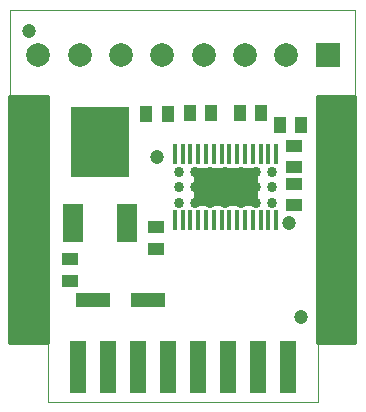
<source format=gts>
G75*
%MOIN*%
%OFA0B0*%
%FSLAX25Y25*%
%IPPOS*%
%LPD*%
%AMOC8*
5,1,8,0,0,1.08239X$1,22.5*
%
%ADD10C,0.00000*%
%ADD11C,0.01181*%
%ADD12R,0.05800X0.17335*%
%ADD13R,0.07099X0.12611*%
%ADD14R,0.19800X0.23300*%
%ADD15R,0.11824X0.04737*%
%ADD16R,0.01784X0.06902*%
%ADD17R,0.21194X0.13005*%
%ADD18C,0.03378*%
%ADD19R,0.05524X0.03950*%
%ADD20R,0.03950X0.05524*%
%ADD21C,0.04737*%
%ADD22R,0.07887X0.07887*%
%ADD23C,0.07887*%
D10*
X0014071Y0001984D02*
X0014071Y0021669D01*
X0001591Y0021669D01*
X0001591Y0132693D01*
X0116551Y0132693D01*
X0116551Y0021669D01*
X0104071Y0021669D01*
X0104071Y0001984D01*
X0014071Y0001984D01*
D11*
X0014189Y0021669D02*
X0001591Y0021669D01*
X0001591Y0103559D01*
X0014189Y0103559D01*
X0014189Y0021669D01*
X0014189Y0022038D02*
X0001591Y0022038D01*
X0001591Y0023217D02*
X0014189Y0023217D01*
X0014189Y0024397D02*
X0001591Y0024397D01*
X0001591Y0025577D02*
X0014189Y0025577D01*
X0014189Y0026756D02*
X0001591Y0026756D01*
X0001591Y0027936D02*
X0014189Y0027936D01*
X0014189Y0029115D02*
X0001591Y0029115D01*
X0001591Y0030295D02*
X0014189Y0030295D01*
X0014189Y0031475D02*
X0001591Y0031475D01*
X0001591Y0032654D02*
X0014189Y0032654D01*
X0014189Y0033834D02*
X0001591Y0033834D01*
X0001591Y0035013D02*
X0014189Y0035013D01*
X0014189Y0036193D02*
X0001591Y0036193D01*
X0001591Y0037373D02*
X0014189Y0037373D01*
X0014189Y0038552D02*
X0001591Y0038552D01*
X0001591Y0039732D02*
X0014189Y0039732D01*
X0014189Y0040912D02*
X0001591Y0040912D01*
X0001591Y0042091D02*
X0014189Y0042091D01*
X0014189Y0043271D02*
X0001591Y0043271D01*
X0001591Y0044450D02*
X0014189Y0044450D01*
X0014189Y0045630D02*
X0001591Y0045630D01*
X0001591Y0046810D02*
X0014189Y0046810D01*
X0014189Y0047989D02*
X0001591Y0047989D01*
X0001591Y0049169D02*
X0014189Y0049169D01*
X0014189Y0050348D02*
X0001591Y0050348D01*
X0001591Y0051528D02*
X0014189Y0051528D01*
X0014189Y0052708D02*
X0001591Y0052708D01*
X0001591Y0053887D02*
X0014189Y0053887D01*
X0014189Y0055067D02*
X0001591Y0055067D01*
X0001591Y0056246D02*
X0014189Y0056246D01*
X0014189Y0057426D02*
X0001591Y0057426D01*
X0001591Y0058606D02*
X0014189Y0058606D01*
X0014189Y0059785D02*
X0001591Y0059785D01*
X0001591Y0060965D02*
X0014189Y0060965D01*
X0014189Y0062145D02*
X0001591Y0062145D01*
X0001591Y0063324D02*
X0014189Y0063324D01*
X0014189Y0064504D02*
X0001591Y0064504D01*
X0001591Y0065683D02*
X0014189Y0065683D01*
X0014189Y0066863D02*
X0001591Y0066863D01*
X0001591Y0068043D02*
X0014189Y0068043D01*
X0014189Y0069222D02*
X0001591Y0069222D01*
X0001591Y0070402D02*
X0014189Y0070402D01*
X0014189Y0071581D02*
X0001591Y0071581D01*
X0001591Y0072761D02*
X0014189Y0072761D01*
X0014189Y0073941D02*
X0001591Y0073941D01*
X0001591Y0075120D02*
X0014189Y0075120D01*
X0014189Y0076300D02*
X0001591Y0076300D01*
X0001591Y0077480D02*
X0014189Y0077480D01*
X0014189Y0078659D02*
X0001591Y0078659D01*
X0001591Y0079839D02*
X0014189Y0079839D01*
X0014189Y0081018D02*
X0001591Y0081018D01*
X0001591Y0082198D02*
X0014189Y0082198D01*
X0014189Y0083378D02*
X0001591Y0083378D01*
X0001591Y0084557D02*
X0014189Y0084557D01*
X0014189Y0085737D02*
X0001591Y0085737D01*
X0001591Y0086916D02*
X0014189Y0086916D01*
X0014189Y0088096D02*
X0001591Y0088096D01*
X0001591Y0089276D02*
X0014189Y0089276D01*
X0014189Y0090455D02*
X0001591Y0090455D01*
X0001591Y0091635D02*
X0014189Y0091635D01*
X0014189Y0092815D02*
X0001591Y0092815D01*
X0001591Y0093994D02*
X0014189Y0093994D01*
X0014189Y0095174D02*
X0001591Y0095174D01*
X0001591Y0096353D02*
X0014189Y0096353D01*
X0014189Y0097533D02*
X0001591Y0097533D01*
X0001591Y0098713D02*
X0014189Y0098713D01*
X0014189Y0099892D02*
X0001591Y0099892D01*
X0001591Y0101072D02*
X0014189Y0101072D01*
X0014189Y0102251D02*
X0001591Y0102251D01*
X0001591Y0103431D02*
X0014189Y0103431D01*
X0103953Y0103431D02*
X0116551Y0103431D01*
X0116551Y0103559D02*
X0116551Y0021669D01*
X0103953Y0021669D01*
X0103953Y0103559D01*
X0116551Y0103559D01*
X0116551Y0102251D02*
X0103953Y0102251D01*
X0103953Y0101072D02*
X0116551Y0101072D01*
X0116551Y0099892D02*
X0103953Y0099892D01*
X0103953Y0098713D02*
X0116551Y0098713D01*
X0116551Y0097533D02*
X0103953Y0097533D01*
X0103953Y0096353D02*
X0116551Y0096353D01*
X0116551Y0095174D02*
X0103953Y0095174D01*
X0103953Y0093994D02*
X0116551Y0093994D01*
X0116551Y0092815D02*
X0103953Y0092815D01*
X0103953Y0091635D02*
X0116551Y0091635D01*
X0116551Y0090455D02*
X0103953Y0090455D01*
X0103953Y0089276D02*
X0116551Y0089276D01*
X0116551Y0088096D02*
X0103953Y0088096D01*
X0103953Y0086916D02*
X0116551Y0086916D01*
X0116551Y0085737D02*
X0103953Y0085737D01*
X0103953Y0084557D02*
X0116551Y0084557D01*
X0116551Y0083378D02*
X0103953Y0083378D01*
X0103953Y0082198D02*
X0116551Y0082198D01*
X0116551Y0081018D02*
X0103953Y0081018D01*
X0103953Y0079839D02*
X0116551Y0079839D01*
X0116551Y0078659D02*
X0103953Y0078659D01*
X0103953Y0077480D02*
X0116551Y0077480D01*
X0116551Y0076300D02*
X0103953Y0076300D01*
X0103953Y0075120D02*
X0116551Y0075120D01*
X0116551Y0073941D02*
X0103953Y0073941D01*
X0103953Y0072761D02*
X0116551Y0072761D01*
X0116551Y0071581D02*
X0103953Y0071581D01*
X0103953Y0070402D02*
X0116551Y0070402D01*
X0116551Y0069222D02*
X0103953Y0069222D01*
X0103953Y0068043D02*
X0116551Y0068043D01*
X0116551Y0066863D02*
X0103953Y0066863D01*
X0103953Y0065683D02*
X0116551Y0065683D01*
X0116551Y0064504D02*
X0103953Y0064504D01*
X0103953Y0063324D02*
X0116551Y0063324D01*
X0116551Y0062145D02*
X0103953Y0062145D01*
X0103953Y0060965D02*
X0116551Y0060965D01*
X0116551Y0059785D02*
X0103953Y0059785D01*
X0103953Y0058606D02*
X0116551Y0058606D01*
X0116551Y0057426D02*
X0103953Y0057426D01*
X0103953Y0056246D02*
X0116551Y0056246D01*
X0116551Y0055067D02*
X0103953Y0055067D01*
X0103953Y0053887D02*
X0116551Y0053887D01*
X0116551Y0052708D02*
X0103953Y0052708D01*
X0103953Y0051528D02*
X0116551Y0051528D01*
X0116551Y0050348D02*
X0103953Y0050348D01*
X0103953Y0049169D02*
X0116551Y0049169D01*
X0116551Y0047989D02*
X0103953Y0047989D01*
X0103953Y0046810D02*
X0116551Y0046810D01*
X0116551Y0045630D02*
X0103953Y0045630D01*
X0103953Y0044450D02*
X0116551Y0044450D01*
X0116551Y0043271D02*
X0103953Y0043271D01*
X0103953Y0042091D02*
X0116551Y0042091D01*
X0116551Y0040912D02*
X0103953Y0040912D01*
X0103953Y0039732D02*
X0116551Y0039732D01*
X0116551Y0038552D02*
X0103953Y0038552D01*
X0103953Y0037373D02*
X0116551Y0037373D01*
X0116551Y0036193D02*
X0103953Y0036193D01*
X0103953Y0035013D02*
X0116551Y0035013D01*
X0116551Y0033834D02*
X0103953Y0033834D01*
X0103953Y0032654D02*
X0116551Y0032654D01*
X0116551Y0031475D02*
X0103953Y0031475D01*
X0103953Y0030295D02*
X0116551Y0030295D01*
X0116551Y0029115D02*
X0103953Y0029115D01*
X0103953Y0027936D02*
X0116551Y0027936D01*
X0116551Y0026756D02*
X0103953Y0026756D01*
X0103953Y0025577D02*
X0116551Y0025577D01*
X0116551Y0024397D02*
X0103953Y0024397D01*
X0103953Y0023217D02*
X0116551Y0023217D01*
X0116551Y0022038D02*
X0103953Y0022038D01*
D12*
X0094071Y0013717D03*
X0084071Y0013717D03*
X0074071Y0013717D03*
X0064071Y0013717D03*
X0054071Y0013717D03*
X0044071Y0013717D03*
X0034071Y0013717D03*
X0024071Y0013717D03*
D13*
X0022535Y0061630D03*
X0040488Y0061630D03*
D14*
X0031512Y0088787D03*
D15*
X0028992Y0036079D03*
X0047496Y0036079D03*
D16*
X0056365Y0062614D03*
X0058965Y0062614D03*
X0061565Y0062614D03*
X0064165Y0062614D03*
X0066765Y0062614D03*
X0069365Y0062614D03*
X0071965Y0062614D03*
X0074565Y0062614D03*
X0077165Y0062614D03*
X0079765Y0062614D03*
X0082365Y0062614D03*
X0084965Y0062614D03*
X0087565Y0062614D03*
X0090165Y0062614D03*
X0090165Y0084661D03*
X0087565Y0084661D03*
X0084965Y0084661D03*
X0082365Y0084661D03*
X0079765Y0084661D03*
X0077165Y0084661D03*
X0074565Y0084661D03*
X0071965Y0084661D03*
X0069365Y0084661D03*
X0066765Y0084661D03*
X0064165Y0084661D03*
X0061565Y0084661D03*
X0058965Y0084661D03*
X0056365Y0084661D03*
D17*
X0073264Y0073638D03*
D18*
X0073244Y0073638D03*
X0073244Y0068520D03*
X0068126Y0068520D03*
X0068126Y0073638D03*
X0068126Y0078756D03*
X0073244Y0078756D03*
X0078362Y0078756D03*
X0078362Y0073638D03*
X0078362Y0068520D03*
X0083480Y0068520D03*
X0083480Y0073638D03*
X0083480Y0078756D03*
X0088598Y0078756D03*
X0088598Y0073638D03*
X0088598Y0068520D03*
X0063008Y0068520D03*
X0063008Y0073638D03*
X0063008Y0078756D03*
X0057890Y0078756D03*
X0057890Y0073638D03*
X0057890Y0068520D03*
D19*
X0050016Y0060252D03*
X0050016Y0053165D03*
X0021276Y0049622D03*
X0021276Y0042535D03*
X0096079Y0067732D03*
X0096079Y0074819D03*
X0096079Y0080331D03*
X0096079Y0087417D03*
D20*
X0098441Y0094504D03*
X0091354Y0094504D03*
X0085055Y0098441D03*
X0077969Y0098441D03*
X0068520Y0098441D03*
X0061433Y0098441D03*
X0053953Y0098047D03*
X0046866Y0098047D03*
D21*
X0050409Y0083874D03*
X0007890Y0125606D03*
X0094504Y0061827D03*
X0098441Y0030331D03*
D22*
X0107299Y0117732D03*
D23*
X0093520Y0117732D03*
X0079740Y0117732D03*
X0065961Y0117732D03*
X0052181Y0117732D03*
X0038402Y0117732D03*
X0024622Y0117732D03*
X0010843Y0117732D03*
M02*

</source>
